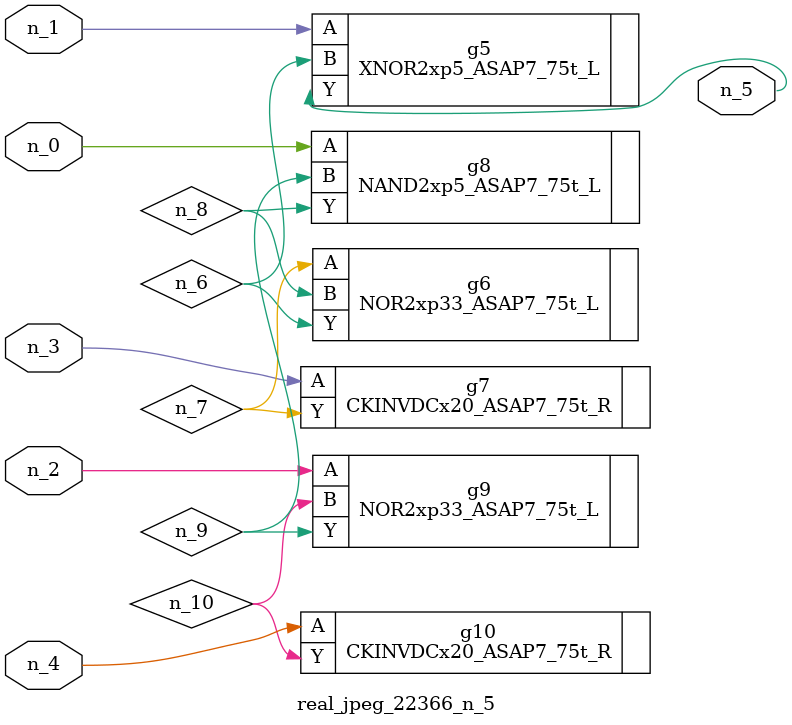
<source format=v>
module real_jpeg_22366_n_5 (n_4, n_0, n_1, n_2, n_3, n_5);

input n_4;
input n_0;
input n_1;
input n_2;
input n_3;

output n_5;

wire n_8;
wire n_6;
wire n_7;
wire n_10;
wire n_9;

NAND2xp5_ASAP7_75t_L g8 ( 
.A(n_0),
.B(n_9),
.Y(n_8)
);

XNOR2xp5_ASAP7_75t_L g5 ( 
.A(n_1),
.B(n_6),
.Y(n_5)
);

NOR2xp33_ASAP7_75t_L g9 ( 
.A(n_2),
.B(n_10),
.Y(n_9)
);

CKINVDCx20_ASAP7_75t_R g7 ( 
.A(n_3),
.Y(n_7)
);

CKINVDCx20_ASAP7_75t_R g10 ( 
.A(n_4),
.Y(n_10)
);

NOR2xp33_ASAP7_75t_L g6 ( 
.A(n_7),
.B(n_8),
.Y(n_6)
);


endmodule
</source>
